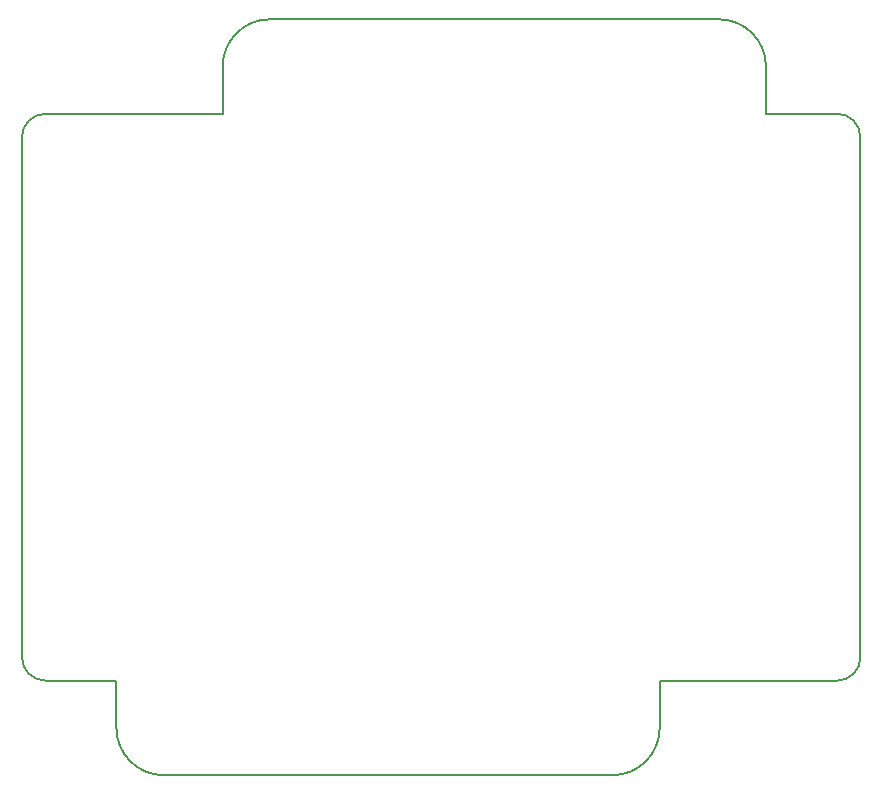
<source format=gm1>
G04 #@! TF.GenerationSoftware,KiCad,Pcbnew,5.1.10-88a1d61d58~90~ubuntu20.04.1*
G04 #@! TF.CreationDate,2021-11-15T23:18:05+00:00*
G04 #@! TF.ProjectId,pulse_stretcher,70756c73-655f-4737-9472-657463686572,rev?*
G04 #@! TF.SameCoordinates,PX5ee3fe0PY6209a80*
G04 #@! TF.FileFunction,Profile,NP*
%FSLAX46Y46*%
G04 Gerber Fmt 4.6, Leading zero omitted, Abs format (unit mm)*
G04 Created by KiCad (PCBNEW 5.1.10-88a1d61d58~90~ubuntu20.04.1) date 2021-11-15 23:18:05*
%MOMM*%
%LPD*%
G01*
G04 APERTURE LIST*
G04 #@! TA.AperFunction,Profile*
%ADD10C,0.150000*%
G04 #@! TD*
G04 APERTURE END LIST*
D10*
X-8000000Y46000000D02*
X-8000000Y2000000D01*
X46000000Y0D02*
X61000000Y0D01*
X63000000Y46000000D02*
X63000000Y2000000D01*
X55000000Y48000000D02*
X61000000Y48000000D01*
X63000000Y2000000D02*
G75*
G02*
X61000000Y0I-2000000J0D01*
G01*
X61000000Y48000000D02*
G75*
G02*
X63000000Y46000000I0J-2000000D01*
G01*
X-6000000Y48000000D02*
X9000000Y48000000D01*
X-6000000Y0D02*
X0Y0D01*
X-6000000Y0D02*
G75*
G02*
X-8000000Y2000000I0J2000000D01*
G01*
X-8000000Y46000000D02*
G75*
G02*
X-6000000Y48000000I2000000J0D01*
G01*
X46000000Y-4000000D02*
X46000000Y0D01*
X0Y-4000000D02*
X0Y0D01*
X55000000Y52000000D02*
X55000000Y48000000D01*
X9000000Y52000000D02*
X9000000Y48000000D01*
X51000000Y56000000D02*
X13000000Y56000000D01*
X51000000Y56000000D02*
G75*
G02*
X55000000Y52000000I0J-4000000D01*
G01*
X9000000Y52000000D02*
G75*
G02*
X13000000Y56000000I4000000J0D01*
G01*
X4000000Y-8000000D02*
X42000000Y-8000000D01*
X46000000Y-4000000D02*
G75*
G02*
X42000000Y-8000000I-4000000J0D01*
G01*
X4000000Y-8000000D02*
G75*
G02*
X0Y-4000000I0J4000000D01*
G01*
M02*

</source>
